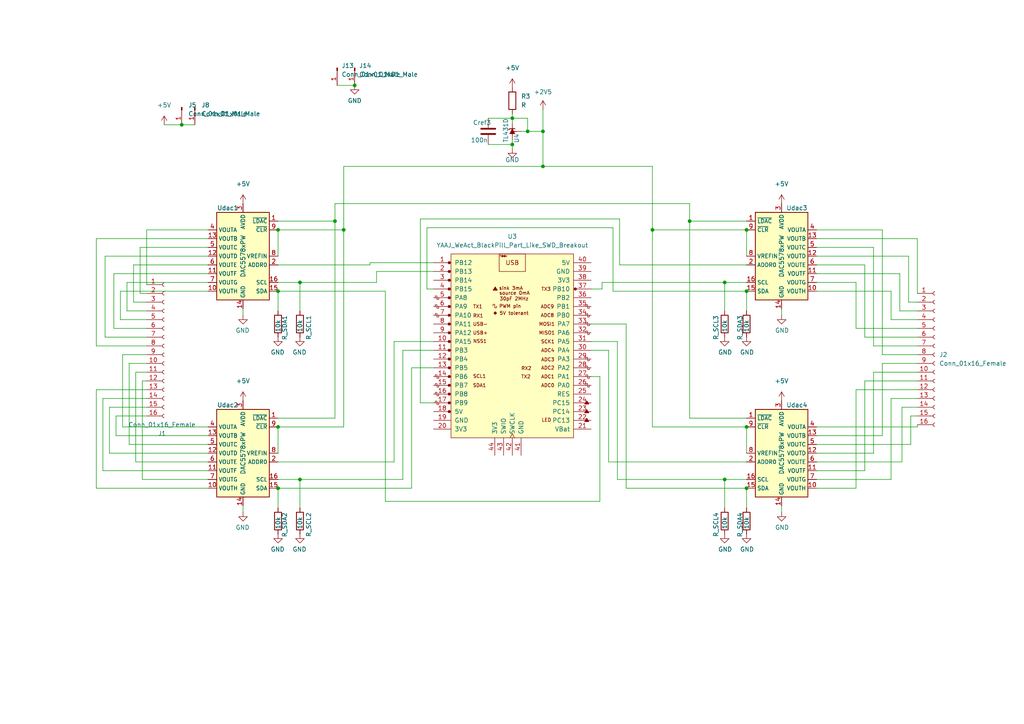
<source format=kicad_sch>
(kicad_sch (version 20211123) (generator eeschema)
  (paper "A4")
  (lib_symbols
    (symbol "Analog_DAC:DAC5578xPW"
      (property "Reference" "U" (at -7.62 13.97 0))
      (property "Value" "DAC5578xPW" (at 7.62 13.97 0))
      (symbol "DAC5578xPW_0_1"
        (rectangle (start -7.62 12.7) (end 7.62 -12.7) (stroke (width 0.254)) (fill (type background)))
      )
      (symbol "DAC5578xPW_1_1"
        (pin input line (at -10.16 10.16 0) (length 2.54) (name "~{LDAC}") (number "1"))
        (pin output line (at 10.16 -10.16 180) (length 2.54) (name "VOUTH") (number "10"))
        (pin output line (at 10.16 -5.08 180) (length 2.54) (name "VOUTF") (number "11"))
        (pin output line (at 10.16 0 180) (length 2.54) (name "VOUTD") (number "12"))
        (pin output line (at 10.16 5.08 180) (length 2.54) (name "VOUTB") (number "13"))
        (pin power_in line (at 0 -15.24 90) (length 2.54) (name "GND") (number "14"))
        (pin bidirectional line (at -10.16 -10.16 0) (length 2.54) (name "SDA") (number "15"))
        (pin input line (at -10.16 -7.62 0) (length 2.54) (name "SCL") (number "16"))
        (pin input line (at -10.16 -2.54 0) (length 2.54) (name "ADDR0") (number "2"))
        (pin power_in line (at 0 15.24 270) (length 2.54) (name "AVDD") (number "3"))
        (pin output line (at 10.16 7.62 180) (length 2.54) (name "VOUTA") (number "4"))
        (pin output line (at 10.16 2.54 180) (length 2.54) (name "VOUTC") (number "5"))
        (pin output line (at 10.16 -2.54 180) (length 2.54) (name "VOUTE") (number "6"))
        (pin output line (at 10.16 -7.62 180) (length 2.54) (name "VOUTG") (number "7"))
        (pin input line (at -10.16 0 0) (length 2.54) (name "VREFIN") (number "8"))
        (pin input line (at -10.16 7.62 0) (length 2.54) (name "~{CLR}") (number "9"))
      )
    )
    (symbol "Connector:Conn_01x01_Male" (pin_names (offset 1.016) hide)
      (property "Reference" "J" (at 0 2.54 0))
      (property "Value" "Conn_01x01_Male" (at 0 -2.54 0))
      (symbol "Conn_01x01_Male_1_1"
        (polyline (pts (xy 1.27 0) (xy 0.8636 0)) (stroke (width 0.1524)))
        (rectangle (start 0.8636 0.127) (end 0 -0.127) (stroke (width 0.1524)) (fill (type outline)))
        (pin passive line (at 5.08 0 180) (length 3.81) (name "Pin_1") (number "1"))
      )
    )
    (symbol "Connector:Conn_01x16_Female" (pin_names (offset 1.016) hide)
      (property "Reference" "J" (at 0 20.32 0))
      (property "Value" "Conn_01x16_Female" (at 0 -22.86 0))
      (symbol "Conn_01x16_Female_1_1"
        (arc (start 0 -19.812) (mid -0.508 -20.32) (end 0 -20.828) (stroke (width 0.1524)))
        (arc (start 0 -17.272) (mid -0.508 -17.78) (end 0 -18.288) (stroke (width 0.1524)))
        (arc (start 0 -14.732) (mid -0.508 -15.24) (end 0 -15.748) (stroke (width 0.1524)))
        (arc (start 0 -12.192) (mid -0.508 -12.7) (end 0 -13.208) (stroke (width 0.1524)))
        (arc (start 0 -9.652) (mid -0.508 -10.16) (end 0 -10.668) (stroke (width 0.1524)))
        (arc (start 0 -7.112) (mid -0.508 -7.62) (end 0 -8.128) (stroke (width 0.1524)))
        (arc (start 0 -4.572) (mid -0.508 -5.08) (end 0 -5.588) (stroke (width 0.1524)))
        (arc (start 0 -2.032) (mid -0.508 -2.54) (end 0 -3.048) (stroke (width 0.1524)))
        (polyline (pts (xy -1.27 -20.32) (xy -0.508 -20.32)) (stroke (width 0.1524)))
        (polyline (pts (xy -1.27 -17.78) (xy -0.508 -17.78)) (stroke (width 0.1524)))
        (polyline (pts (xy -1.27 -15.24) (xy -0.508 -15.24)) (stroke (width 0.1524)))
        (polyline (pts (xy -1.27 -12.7) (xy -0.508 -12.7)) (stroke (width 0.1524)))
        (polyline (pts (xy -1.27 -10.16) (xy -0.508 -10.16)) (stroke (width 0.1524)))
        (polyline (pts (xy -1.27 -7.62) (xy -0.508 -7.62)) (stroke (width 0.1524)))
        (polyline (pts (xy -1.27 -5.08) (xy -0.508 -5.08)) (stroke (width 0.1524)))
        (polyline (pts (xy -1.27 -2.54) (xy -0.508 -2.54)) (stroke (width 0.1524)))
        (polyline (pts (xy -1.27 0) (xy -0.508 0)) (stroke (width 0.1524)))
        (polyline (pts (xy -1.27 2.54) (xy -0.508 2.54)) (stroke (width 0.1524)))
        (polyline (pts (xy -1.27 5.08) (xy -0.508 5.08)) (stroke (width 0.1524)))
        (polyline (pts (xy -1.27 7.62) (xy -0.508 7.62)) (stroke (width 0.1524)))
        (polyline (pts (xy -1.27 10.16) (xy -0.508 10.16)) (stroke (width 0.1524)))
        (polyline (pts (xy -1.27 12.7) (xy -0.508 12.7)) (stroke (width 0.1524)))
        (polyline (pts (xy -1.27 15.24) (xy -0.508 15.24)) (stroke (width 0.1524)))
        (polyline (pts (xy -1.27 17.78) (xy -0.508 17.78)) (stroke (width 0.1524)))
        (arc (start 0 0.508) (mid -0.508 0) (end 0 -0.508) (stroke (width 0.1524)))
        (arc (start 0 3.048) (mid -0.508 2.54) (end 0 2.032) (stroke (width 0.1524)))
        (arc (start 0 5.588) (mid -0.508 5.08) (end 0 4.572) (stroke (width 0.1524)))
        (arc (start 0 8.128) (mid -0.508 7.62) (end 0 7.112) (stroke (width 0.1524)))
        (arc (start 0 10.668) (mid -0.508 10.16) (end 0 9.652) (stroke (width 0.1524)))
        (arc (start 0 13.208) (mid -0.508 12.7) (end 0 12.192) (stroke (width 0.1524)))
        (arc (start 0 15.748) (mid -0.508 15.24) (end 0 14.732) (stroke (width 0.1524)))
        (arc (start 0 18.288) (mid -0.508 17.78) (end 0 17.272) (stroke (width 0.1524)))
        (pin passive line (at -5.08 17.78 0) (length 3.81) (name "Pin_1") (number "1"))
        (pin passive line (at -5.08 -5.08 0) (length 3.81) (name "Pin_10") (number "10"))
        (pin passive line (at -5.08 -7.62 0) (length 3.81) (name "Pin_11") (number "11"))
        (pin passive line (at -5.08 -10.16 0) (length 3.81) (name "Pin_12") (number "12"))
        (pin passive line (at -5.08 -12.7 0) (length 3.81) (name "Pin_13") (number "13"))
        (pin passive line (at -5.08 -15.24 0) (length 3.81) (name "Pin_14") (number "14"))
        (pin passive line (at -5.08 -17.78 0) (length 3.81) (name "Pin_15") (number "15"))
        (pin passive line (at -5.08 -20.32 0) (length 3.81) (name "Pin_16") (number "16"))
        (pin passive line (at -5.08 15.24 0) (length 3.81) (name "Pin_2") (number "2"))
        (pin passive line (at -5.08 12.7 0) (length 3.81) (name "Pin_3") (number "3"))
        (pin passive line (at -5.08 10.16 0) (length 3.81) (name "Pin_4") (number "4"))
        (pin passive line (at -5.08 7.62 0) (length 3.81) (name "Pin_5") (number "5"))
        (pin passive line (at -5.08 5.08 0) (length 3.81) (name "Pin_6") (number "6"))
        (pin passive line (at -5.08 2.54 0) (length 3.81) (name "Pin_7") (number "7"))
        (pin passive line (at -5.08 0 0) (length 3.81) (name "Pin_8") (number "8"))
        (pin passive line (at -5.08 -2.54 0) (length 3.81) (name "Pin_9") (number "9"))
      )
    )
    (symbol "Device:C" (pin_numbers hide) (pin_names (offset 0.254))
      (property "Reference" "C" (at 0.635 2.54 0))
      (property "Value" "C" (at 0.635 -2.54 0))
      (symbol "C_0_1"
        (polyline (pts (xy -2.032 -0.762) (xy 2.032 -0.762)) (stroke (width 0.508)))
        (polyline (pts (xy -2.032 0.762) (xy 2.032 0.762)) (stroke (width 0.508)))
      )
      (symbol "C_1_1"
        (pin passive line (at 0 3.81 270) (length 2.794) (name "~") (number "1"))
        (pin passive line (at 0 -3.81 90) (length 2.794) (name "~") (number "2"))
      )
    )
    (symbol "Device:R" (pin_numbers hide) (pin_names (offset 0))
      (property "Reference" "R" (at 2.032 0 90))
      (property "Value" "R" (at 0 0 90))
      (symbol "R_0_1"
        (rectangle (start -1.016 -2.54) (end 1.016 2.54) (stroke (width 0.254)))
      )
      (symbol "R_1_1"
        (pin passive line (at 0 3.81 270) (length 1.27) (name "~") (number "1"))
        (pin passive line (at 0 -3.81 90) (length 1.27) (name "~") (number "2"))
      )
    )
    (symbol "Reference_Voltage:TL431D" (pin_numbers hide) (pin_names hide)
      (property "Reference" "U" (at 0 -2.54 0))
      (property "Value" "TL431D" (at 0 -4.445 0))
      (symbol "TL431D_0_1"
        (polyline (pts (xy -1.27 0) (xy 0 0) (xy 1.27 0)))
        (polyline (pts (xy -0.762 0.762) (xy 0.762 0) (xy -0.762 -0.762)) (fill (type outline)))
        (polyline (pts (xy 0.508 -1.016) (xy 0.762 -0.762) (xy 0.762 0.762) (xy 0.762 0.762)) (stroke (width 0.254)))
      )
      (symbol "TL431D_1_1"
        (polyline (pts (xy 0 1.27) (xy 0 0)))
        (pin passive line (at 2.54 0 180) (length 2.54) (name "K") (number "1"))
        (pin passive line (at -2.54 0 0) (length 2.54) (name "A") (number "2"))
        (pin passive line (at -2.54 0 0) (length 2.54) hide (name "A") (number "3"))
        (pin passive line (at -2.54 0 0) (length 2.54) hide (name "A") (number "6"))
        (pin passive line (at -2.54 0 0) (length 2.54) hide (name "A") (number "7"))
        (pin passive line (at 0 2.54 270) (length 2.54) (name "REF") (number "8"))
      )
    )
    (symbol "YAAJ_WeAct_BlackPill_Part_Like_SWD_Breakout:YAAJ_WeAct_BlackPill_Part_Like_SWD_Breakout" (pin_names (offset 1.016))
      (property "Reference" "U" (at -17.526 27.94 0))
      (property "Value" "YAAJ_WeAct_BlackPill_Part_Like_SWD_Breakout" (at 9.144 27.94 0))
      (symbol "YAAJ_WeAct_BlackPill_Part_Like_SWD_Breakout_0_0"
        (circle (center -18.288 -20.32) (radius 0.3556) (fill (type outline)))
        (circle (center -18.288 -17.78) (radius 0.3556) (fill (type outline)))
        (circle (center -18.288 -15.24) (radius 0.3556) (fill (type outline)))
        (circle (center -18.288 -12.7) (radius 0.3556) (fill (type outline)))
        (circle (center -18.288 -10.16) (radius 0.3556) (fill (type outline)))
        (circle (center -18.288 -7.62) (radius 0.3556) (fill (type outline)))
        (circle (center -18.288 -5.08) (radius 0.3556) (fill (type outline)))
        (circle (center -18.288 -2.54) (radius 0.3556) (fill (type outline)))
        (circle (center -18.288 0) (radius 0.3556) (fill (type outline)))
        (circle (center -18.288 2.54) (radius 0.3556) (fill (type outline)))
        (circle (center -18.288 5.08) (radius 0.3556) (fill (type outline)))
        (circle (center -18.288 7.62) (radius 0.3556) (fill (type outline)))
        (circle (center -18.288 10.16) (radius 0.3556) (fill (type outline)))
        (circle (center -18.288 12.7) (radius 0.3556) (fill (type outline)))
        (circle (center -18.288 15.24) (radius 0.3556) (fill (type outline)))
        (circle (center -18.288 17.78) (radius 0.3556) (fill (type outline)))
        (circle (center -18.288 22.86) (radius 0.3556) (fill (type outline)))
        (circle (center -4.953 8.255) (radius 0.127) (fill (type outline)))
        (circle (center -4.953 8.255) (radius 0.254))
        (circle (center -4.953 8.255) (radius 0.3556))
        (polyline (pts (xy -5.588 14.859) (xy -4.953 15.875) (xy -4.318 14.859) (xy -5.588 14.859) (xy -4.953 15.748) (xy -4.445 14.859) (xy -5.461 14.986) (xy -4.953 15.621) (xy -4.572 14.859) (xy -5.334 15.113) (xy -4.826 15.494) (xy -4.699 14.859) (xy -5.207 15.24) (xy -4.699 15.367) (xy -4.826 14.986) (xy -5.08 15.24) (xy -4.826 15.113) (xy -4.953 15.367)))
        (polyline (pts (xy 20.955 -23.241) (xy 21.59 -22.225) (xy 22.225 -23.241) (xy 20.955 -23.241) (xy 21.59 -22.352) (xy 22.098 -23.241) (xy 21.082 -23.114) (xy 21.59 -22.479) (xy 21.971 -23.241) (xy 21.209 -22.987) (xy 21.717 -22.606) (xy 21.844 -23.241) (xy 21.336 -22.86) (xy 21.844 -22.733) (xy 21.717 -23.114) (xy 21.463 -22.86) (xy 21.717 -22.987) (xy 21.59 -22.733)))
        (polyline (pts (xy 20.955 -20.701) (xy 21.59 -19.685) (xy 22.225 -20.701) (xy 20.955 -20.701) (xy 21.59 -19.812) (xy 22.098 -20.701) (xy 21.082 -20.574) (xy 21.59 -19.939) (xy 21.971 -20.701) (xy 21.209 -20.447) (xy 21.717 -20.066) (xy 21.844 -20.701) (xy 21.336 -20.32) (xy 21.844 -20.193) (xy 21.717 -20.574) (xy 21.463 -20.32) (xy 21.717 -20.447) (xy 21.59 -20.193)))
        (polyline (pts (xy 20.955 -18.161) (xy 21.59 -17.145) (xy 22.225 -18.161) (xy 20.955 -18.161) (xy 21.59 -17.272) (xy 22.098 -18.161) (xy 21.082 -18.034) (xy 21.59 -17.399) (xy 21.971 -18.161) (xy 21.209 -17.907) (xy 21.717 -17.526) (xy 21.844 -18.161) (xy 21.336 -17.78) (xy 21.844 -17.653) (xy 21.717 -18.034) (xy 21.463 -17.78) (xy 21.717 -17.907) (xy 21.59 -17.653)))
        (circle (center 18.288 15.24) (radius 0.254) (fill (type outline)))
        (circle (center 18.288 15.24) (radius 0.3556))
        (text "30pF 2MHz" (at 0.508 12.446 0) (effects (font (size 0.9906 0.9906))))
        (text "5V tolerant" (at 0.508 8.255 0) (effects (font (size 0.9906 0.9906))))
        (text "ADC0" (at 10.287 -12.7 0) (effects (font (size 0.9906 0.9906))))
        (text "ADC1" (at 10.287 -10.16 0) (effects (font (size 0.9906 0.9906))))
        (text "ADC2" (at 10.287 -7.62 0) (effects (font (size 0.9906 0.9906))))
        (text "ADC3" (at 10.287 -5.207 0) (effects (font (size 0.9906 0.9906))))
        (text "ADC4" (at 10.287 -2.54 0) (effects (font (size 0.9906 0.9906))))
        (text "ADC8" (at 10.16 7.62 0) (effects (font (size 0.9906 0.9906))))
        (text "ADC9" (at 10.16 10.16 0) (effects (font (size 0.9906 0.9906))))
        (text "LED" (at 9.906 -22.733 0) (effects (font (size 0.9906 0.9906))))
        (text "MISO1" (at 10.033 2.54 0) (effects (font (size 0.9906 0.9906))))
        (text "MOSI1" (at 10.033 5.08 0) (effects (font (size 0.9906 0.9906))))
        (text "NSS1" (at -9.398 0.127 0) (effects (font (size 0.9906 0.9906))))
        (text "PWM pin" (at -0.635 10.287 0) (effects (font (size 0.9906 0.9906))))
        (text "RX1" (at -9.906 7.493 0) (effects (font (size 0.9906 0.9906))))
        (text "RX2" (at 4.064 -7.747 0) (effects (font (size 0.9906 0.9906))))
        (text "SCK1" (at 10.287 0 0) (effects (font (size 0.9906 0.9906))))
        (text "SCL1" (at -9.525 -10.033 0) (effects (font (size 0.9906 0.9906))))
        (text "SDA1" (at -9.525 -12.7 0) (effects (font (size 0.9906 0.9906))))
        (text "sink 3mA" (at -0.381 15.494 0) (effects (font (size 0.9906 0.9906))))
        (text "source 0mA" (at 0.635 14.097 0) (effects (font (size 0.9906 0.9906))))
        (text "TX1" (at -10.033 10.16 0) (effects (font (size 0.9906 0.9906))))
        (text "TX2" (at 3.937 -10.16 0) (effects (font (size 0.9906 0.9906))))
        (text "TX3" (at 9.779 15.24 0) (effects (font (size 0.9906 0.9906))))
        (text "USB" (at 0 22.86 0) (effects (font (size 1.27 1.27))))
        (text "USB+" (at -9.271 2.54 0) (effects (font (size 0.9906 0.9906))))
        (text "USB-" (at -9.271 5.08 0) (effects (font (size 0.9906 0.9906))))
        (text "Y@@J" (at -2.5654 24.8412 0) (effects (font (size 0.508 0.508))))
      )
      (symbol "YAAJ_WeAct_BlackPill_Part_Like_SWD_Breakout_0_1"
        (rectangle (start -17.78 25.4) (end 17.78 -27.94) (fill (type background)))
        (polyline (pts (xy -21.336 -17.78) (xy -21.336 -18.288) (xy -21.844 -18.288) (xy -21.844 -17.272) (xy -22.352 -17.272) (xy -22.352 -17.78)))
        (polyline (pts (xy -21.336 -15.24) (xy -21.336 -15.748) (xy -21.844 -15.748) (xy -21.844 -14.732) (xy -22.352 -14.732) (xy -22.352 -15.24)))
        (polyline (pts (xy -21.336 -12.7) (xy -21.336 -13.208) (xy -21.844 -13.208) (xy -21.844 -12.192) (xy -22.352 -12.192) (xy -22.352 -12.7)))
        (polyline (pts (xy -21.336 -10.16) (xy -21.336 -10.668) (xy -21.844 -10.668) (xy -21.844 -9.652) (xy -22.352 -9.652) (xy -22.352 -10.16)))
        (polyline (pts (xy -21.336 7.62) (xy -21.336 7.112) (xy -21.844 7.112) (xy -21.844 8.128) (xy -22.352 8.128) (xy -22.352 7.62)))
        (polyline (pts (xy -21.336 10.16) (xy -21.336 9.652) (xy -21.844 9.652) (xy -21.844 10.668) (xy -22.352 10.668) (xy -22.352 10.16)))
        (polyline (pts (xy -21.336 12.7) (xy -21.336 12.192) (xy -21.844 12.192) (xy -21.844 13.208) (xy -22.352 13.208) (xy -22.352 12.7)))
        (polyline (pts (xy -4.572 10.287) (xy -4.572 9.779) (xy -5.08 9.779) (xy -5.08 10.795) (xy -5.588 10.795) (xy -5.588 10.287)))
        (polyline (pts (xy 22.352 -12.7) (xy 22.352 -13.208) (xy 21.844 -13.208) (xy 21.844 -12.192) (xy 21.336 -12.192) (xy 21.336 -12.7)))
        (polyline (pts (xy 22.352 -10.16) (xy 22.352 -10.668) (xy 21.844 -10.668) (xy 21.844 -9.652) (xy 21.336 -9.652) (xy 21.336 -10.16)))
        (polyline (pts (xy 22.352 -7.62) (xy 22.352 -8.128) (xy 21.844 -8.128) (xy 21.844 -7.112) (xy 21.336 -7.112) (xy 21.336 -7.62)))
        (polyline (pts (xy 22.352 -5.08) (xy 22.352 -5.588) (xy 21.844 -5.588) (xy 21.844 -4.572) (xy 21.336 -4.572) (xy 21.336 -5.08)))
        (polyline (pts (xy 22.352 2.54) (xy 22.352 2.032) (xy 21.844 2.032) (xy 21.844 3.048) (xy 21.336 3.048) (xy 21.336 2.54)))
        (polyline (pts (xy 22.352 5.08) (xy 22.352 4.572) (xy 21.844 4.572) (xy 21.844 5.588) (xy 21.336 5.588) (xy 21.336 5.08)))
        (polyline (pts (xy 22.352 7.62) (xy 22.352 7.112) (xy 21.844 7.112) (xy 21.844 8.128) (xy 21.336 8.128) (xy 21.336 7.62)))
        (polyline (pts (xy 22.352 10.16) (xy 22.352 9.652) (xy 21.844 9.652) (xy 21.844 10.668) (xy 21.336 10.668) (xy 21.336 10.16)))
        (rectangle (start 3.81 25.4) (end -3.81 20.32))
      )
      (symbol "YAAJ_WeAct_BlackPill_Part_Like_SWD_Breakout_1_1"
        (circle (center -18.288 20.32) (radius 0.3556) (fill (type outline)))
        (pin bidirectional line (at -22.86 22.86 0) (length 5.08) (name "PB12") (number "1"))
        (pin bidirectional line (at -22.86 0 0) (length 5.08) (name "PA15") (number "10"))
        (pin bidirectional line (at -22.86 -2.54 0) (length 5.08) (name "PB3") (number "11"))
        (pin bidirectional line (at -22.86 -5.08 0) (length 5.08) (name "PB4") (number "12"))
        (pin bidirectional line (at -22.86 -7.62 0) (length 5.08) (name "PB5") (number "13"))
        (pin bidirectional line (at -22.86 -10.16 0) (length 5.08) (name "PB6") (number "14"))
        (pin bidirectional line (at -22.86 -12.7 0) (length 5.08) (name "PB7") (number "15"))
        (pin bidirectional line (at -22.86 -15.24 0) (length 5.08) (name "PB8") (number "16"))
        (pin bidirectional line (at -22.86 -17.78 0) (length 5.08) (name "PB9") (number "17"))
        (pin power_in line (at -22.86 -20.32 0) (length 5.08) (name "5V") (number "18"))
        (pin power_in line (at -22.86 -22.86 0) (length 5.08) (name "GND") (number "19"))
        (pin bidirectional line (at -22.86 20.32 0) (length 5.08) (name "PB13") (number "2"))
        (pin power_in line (at -22.86 -25.4 0) (length 5.08) (name "3V3") (number "20"))
        (pin power_in line (at 22.86 -25.4 180) (length 5.08) (name "VBat") (number "21"))
        (pin bidirectional line (at 22.86 -22.86 180) (length 5.08) (name "PC13") (number "22"))
        (pin bidirectional line (at 22.86 -20.32 180) (length 5.08) (name "PC14") (number "23"))
        (pin bidirectional line (at 22.86 -17.78 180) (length 5.08) (name "PC15") (number "24"))
        (pin input line (at 22.86 -15.24 180) (length 5.08) (name "RES") (number "25"))
        (pin bidirectional line (at 22.86 -12.7 180) (length 5.08) (name "PA0") (number "26"))
        (pin bidirectional line (at 22.86 -10.16 180) (length 5.08) (name "PA1") (number "27"))
        (pin bidirectional line (at 22.86 -7.62 180) (length 5.08) (name "PA2") (number "28"))
        (pin bidirectional line (at 22.86 -5.08 180) (length 5.08) (name "PA3") (number "29"))
        (pin bidirectional line (at -22.86 17.78 0) (length 5.08) (name "PB14") (number "3"))
        (pin bidirectional line (at 22.86 -2.54 180) (length 5.08) (name "PA4") (number "30"))
        (pin bidirectional line (at 22.86 0 180) (length 5.08) (name "PA5") (number "31"))
        (pin bidirectional line (at 22.86 2.54 180) (length 5.08) (name "PA6") (number "32"))
        (pin bidirectional line (at 22.86 5.08 180) (length 5.08) (name "PA7") (number "33"))
        (pin bidirectional line (at 22.86 7.62 180) (length 5.08) (name "PB0") (number "34"))
        (pin bidirectional line (at 22.86 10.16 180) (length 5.08) (name "PB1") (number "35"))
        (pin bidirectional line (at 22.86 12.7 180) (length 5.08) (name "PB2") (number "36"))
        (pin bidirectional line (at 22.86 15.24 180) (length 5.08) (name "PB10") (number "37"))
        (pin power_in line (at 22.86 17.78 180) (length 5.08) (name "3V3") (number "38"))
        (pin power_in line (at 22.86 20.32 180) (length 5.08) (name "GND") (number "39"))
        (pin bidirectional line (at -22.86 15.24 0) (length 5.08) (name "PB15") (number "4"))
        (pin power_in line (at 22.86 22.86 180) (length 5.08) (name "5V") (number "40"))
        (pin power_in line (at 2.54 -33.02 90) (length 5.08) (name "GND") (number "41"))
        (pin bidirectional clock (at 0 -33.02 90) (length 5.08) (name "SWCLK") (number "42"))
        (pin bidirectional line (at -2.54 -33.02 90) (length 5.08) (name "SWIO") (number "43"))
        (pin power_in line (at -5.08 -33.02 90) (length 5.08) (name "3V3") (number "44"))
        (pin bidirectional line (at -22.86 12.7 0) (length 5.08) (name "PA8") (number "5"))
        (pin bidirectional line (at -22.86 10.16 0) (length 5.08) (name "PA9") (number "6"))
        (pin bidirectional line (at -22.86 7.62 0) (length 5.08) (name "PA10") (number "7"))
        (pin bidirectional line (at -22.86 5.08 0) (length 5.08) (name "PA11") (number "8"))
        (pin bidirectional line (at -22.86 2.54 0) (length 5.08) (name "PA12") (number "9"))
      )
    )
    (symbol "power:+2V5" (power) (pin_names (offset 0))
      (property "Value" "+2V5" (at 0 3.556 0))
      (symbol "+2V5_0_1"
        (polyline (pts (xy -0.762 1.27) (xy 0 2.54)))
        (polyline (pts (xy 0 0) (xy 0 2.54)))
        (polyline (pts (xy 0 2.54) (xy 0.762 1.27)))
      )
      (symbol "+2V5_1_1"
        (pin power_in line (at 0 0 90) (length 0) hide (name "+2V5") (number "1"))
      )
    )
    (symbol "power:+5V" (power) (pin_names (offset 0))
      (property "Value" "+5V" (at 0 3.556 0))
      (symbol "+5V_0_1"
        (polyline (pts (xy -0.762 1.27) (xy 0 2.54)))
        (polyline (pts (xy 0 0) (xy 0 2.54)))
        (polyline (pts (xy 0 2.54) (xy 0.762 1.27)))
      )
      (symbol "+5V_1_1"
        (pin power_in line (at 0 0 90) (length 0) hide (name "+5V") (number "1"))
      )
    )
    (symbol "power:GND" (power) (pin_names (offset 0))
      (property "Value" "GND" (at 0 -3.81 0))
      (symbol "GND_0_1"
        (polyline (pts (xy 0 0) (xy 0 -1.27) (xy 1.27 -1.27) (xy 0 -2.54) (xy -1.27 -1.27) (xy 0 -1.27)))
      )
      (symbol "GND_1_1"
        (pin power_in line (at 0 0 270) (length 0) hide (name "GND") (number "1"))
      )
    )
  )
  (junction (at 102.87 24.765))
  (junction (at 86.995 139.065))
  (junction (at 210.185 81.915))
  (junction (at 80.645 66.675))
  (junction (at 153.035 38.1))
  (junction (at 200.025 64.135))
  (junction (at 157.48 38.1))
  (junction (at 210.185 139.065))
  (junction (at 216.535 123.825))
  (junction (at 80.645 123.825))
  (junction (at 216.535 84.455))
  (junction (at 216.535 66.675))
  (junction (at 99.695 66.675))
  (junction (at 80.645 84.455))
  (junction (at 80.645 141.605))
  (junction (at 148.59 41.91))
  (junction (at 189.23 66.675))
  (junction (at 148.59 34.29))
  (junction (at 86.995 81.915))
  (junction (at 216.535 141.605))
  (junction (at 52.705 36.195))
  (junction (at 97.155 64.135))
  (junction (at 157.48 48.26))
  (wire (pts (xy 52.705 36.195) (xy 56.515 36.195)))
  (wire (pts (xy 141.605 34.29) (xy 148.59 34.29)))
  (wire (pts (xy 210.185 81.915) (xy 174.625 81.915)))
  (wire (pts (xy 80.645 141.605) (xy 80.645 147.32)))
  (wire (pts (xy 173.99 145.415) (xy 111.76 145.415)))
  (wire (pts (xy 266.065 115.57) (xy 258.445 115.57)))
  (wire (pts (xy 141.605 41.91) (xy 148.59 41.91)))
  (wire (pts (xy 236.855 71.755) (xy 253.365 71.755)))
  (wire (pts (xy 41.275 110.49) (xy 42.545 110.49)))
  (wire (pts (xy 236.855 128.905) (xy 264.16 128.905)))
  (wire (pts (xy 266.065 123.825) (xy 266.065 123.19)))
  (wire (pts (xy 37.465 128.905) (xy 60.325 128.905)))
  (wire (pts (xy 255.905 102.87) (xy 266.065 102.87)))
  (wire (pts (xy 40.64 85.09) (xy 42.545 85.09)))
  (wire (pts (xy 181.61 141.605) (xy 216.535 141.605)))
  (wire (pts (xy 261.62 133.985) (xy 261.62 118.11)))
  (wire (pts (xy 41.275 139.065) (xy 60.325 139.065)))
  (wire (pts (xy 179.07 99.06) (xy 179.07 139.065)))
  (wire (pts (xy 39.37 133.985) (xy 60.325 133.985)))
  (wire (pts (xy 253.365 100.33) (xy 266.065 100.33)))
  (wire (pts (xy 171.45 99.06) (xy 179.07 99.06)))
  (wire (pts (xy 171.45 101.6) (xy 176.53 101.6)))
  (wire (pts (xy 42.545 90.17) (xy 36.83 90.17)))
  (wire (pts (xy 34.925 84.455) (xy 60.325 84.455)))
  (wire (pts (xy 236.855 69.215) (xy 266.065 69.215)))
  (wire (pts (xy 31.75 118.11) (xy 42.545 118.11)))
  (wire (pts (xy 179.07 139.065) (xy 210.185 139.065)))
  (wire (pts (xy 80.645 84.455) (xy 80.645 90.17)))
  (wire (pts (xy 171.45 93.98) (xy 181.61 93.98)))
  (wire (pts (xy 173.99 109.22) (xy 173.99 145.415)))
  (wire (pts (xy 38.735 87.63) (xy 42.545 87.63)))
  (wire (pts (xy 236.855 126.365) (xy 255.905 126.365)))
  (wire (pts (xy 266.065 69.215) (xy 266.065 85.09)))
  (wire (pts (xy 86.995 139.065) (xy 86.995 147.32)))
  (wire (pts (xy 236.855 123.825) (xy 266.065 123.825)))
  (wire (pts (xy 261.62 118.11) (xy 266.065 118.11)))
  (wire (pts (xy 41.275 139.065) (xy 41.275 110.49)))
  (wire (pts (xy 179.705 76.835) (xy 216.535 76.835)))
  (wire (pts (xy 236.855 133.985) (xy 261.62 133.985)))
  (wire (pts (xy 248.285 81.915) (xy 248.285 95.25)))
  (wire (pts (xy 216.535 66.675) (xy 216.535 74.295)))
  (wire (pts (xy 200.025 64.135) (xy 200.025 121.285)))
  (wire (pts (xy 216.535 123.825) (xy 216.535 131.445)))
  (wire (pts (xy 33.655 120.65) (xy 42.545 120.65)))
  (wire (pts (xy 123.825 66.04) (xy 177.8 66.04)))
  (wire (pts (xy 114.3 99.06) (xy 114.3 133.985)))
  (wire (pts (xy 109.22 78.74) (xy 109.22 81.915)))
  (wire (pts (xy 111.76 145.415) (xy 111.76 84.455)))
  (wire (pts (xy 236.855 79.375) (xy 260.985 79.375)))
  (wire (pts (xy 226.695 89.535) (xy 226.695 91.44)))
  (wire (pts (xy 125.73 78.74) (xy 109.22 78.74)))
  (wire (pts (xy 253.365 107.95) (xy 266.065 107.95)))
  (wire (pts (xy 200.025 59.055) (xy 200.025 64.135)))
  (wire (pts (xy 47.625 36.195) (xy 52.705 36.195)))
  (wire (pts (xy 174.625 83.82) (xy 171.45 83.82)))
  (wire (pts (xy 210.185 139.065) (xy 210.185 147.32)))
  (wire (pts (xy 70.485 89.535) (xy 70.485 91.44)))
  (wire (pts (xy 80.645 123.825) (xy 99.695 123.825)))
  (wire (pts (xy 258.445 139.065) (xy 236.855 139.065)))
  (wire (pts (xy 148.59 41.91) (xy 148.59 43.18)))
  (wire (pts (xy 157.48 38.1) (xy 157.48 48.26)))
  (wire (pts (xy 27.94 141.605) (xy 60.325 141.605)))
  (wire (pts (xy 40.64 71.755) (xy 60.325 71.755)))
  (wire (pts (xy 99.695 48.26) (xy 99.695 66.675)))
  (wire (pts (xy 86.995 139.065) (xy 80.645 139.065)))
  (wire (pts (xy 27.94 100.33) (xy 42.545 100.33)))
  (wire (pts (xy 116.84 101.6) (xy 116.84 139.065)))
  (wire (pts (xy 248.285 141.605) (xy 248.285 113.03)))
  (wire (pts (xy 151.13 38.1) (xy 153.035 38.1)))
  (wire (pts (xy 216.535 141.605) (xy 216.535 147.32)))
  (wire (pts (xy 27.94 113.03) (xy 42.545 113.03)))
  (wire (pts (xy 39.37 133.985) (xy 39.37 107.95)))
  (wire (pts (xy 30.48 97.79) (xy 42.545 97.79)))
  (wire (pts (xy 80.645 141.605) (xy 119.38 141.605)))
  (wire (pts (xy 210.185 139.065) (xy 216.535 139.065)))
  (wire (pts (xy 97.155 64.135) (xy 97.155 121.285)))
  (wire (pts (xy 236.855 131.445) (xy 253.365 131.445)))
  (wire (pts (xy 176.53 133.985) (xy 216.535 133.985)))
  (wire (pts (xy 226.695 146.685) (xy 226.695 148.59)))
  (wire (pts (xy 97.155 59.055) (xy 200.025 59.055)))
  (wire (pts (xy 80.645 123.825) (xy 80.645 131.445)))
  (wire (pts (xy 125.73 83.82) (xy 123.825 83.82)))
  (wire (pts (xy 216.535 64.135) (xy 200.025 64.135)))
  (wire (pts (xy 216.535 84.455) (xy 216.535 90.17)))
  (wire (pts (xy 253.365 71.755) (xy 253.365 100.33)))
  (wire (pts (xy 34.925 84.455) (xy 34.925 92.71)))
  (wire (pts (xy 99.695 48.26) (xy 157.48 48.26)))
  (wire (pts (xy 33.02 79.375) (xy 33.02 95.25)))
  (wire (pts (xy 30.48 74.295) (xy 30.48 97.79)))
  (wire (pts (xy 36.83 81.915) (xy 60.325 81.915)))
  (wire (pts (xy 174.625 81.915) (xy 174.625 83.82)))
  (wire (pts (xy 125.73 99.06) (xy 114.3 99.06)))
  (wire (pts (xy 248.285 95.25) (xy 266.065 95.25)))
  (wire (pts (xy 121.92 116.84) (xy 121.92 63.5)))
  (wire (pts (xy 148.59 40.64) (xy 148.59 41.91)))
  (wire (pts (xy 60.325 123.825) (xy 35.56 123.825)))
  (wire (pts (xy 107.315 76.2) (xy 125.73 76.2)))
  (wire (pts (xy 179.705 63.5) (xy 179.705 76.835)))
  (wire (pts (xy 264.16 128.905) (xy 264.16 120.65)))
  (wire (pts (xy 258.445 92.71) (xy 266.065 92.71)))
  (wire (pts (xy 38.735 76.835) (xy 60.325 76.835)))
  (wire (pts (xy 31.75 131.445) (xy 60.325 131.445)))
  (wire (pts (xy 216.535 81.915) (xy 210.185 81.915)))
  (wire (pts (xy 86.995 139.065) (xy 116.84 139.065)))
  (wire (pts (xy 148.59 34.29) (xy 148.59 35.56)))
  (wire (pts (xy 29.845 115.57) (xy 42.545 115.57)))
  (wire (pts (xy 107.315 76.835) (xy 107.315 76.2)))
  (wire (pts (xy 35.56 123.825) (xy 35.56 102.87)))
  (wire (pts (xy 189.23 123.825) (xy 216.535 123.825)))
  (wire (pts (xy 236.855 74.295) (xy 263.525 74.295)))
  (wire (pts (xy 258.445 115.57) (xy 258.445 139.065)))
  (wire (pts (xy 260.985 79.375) (xy 260.985 90.17)))
  (wire (pts (xy 236.855 84.455) (xy 258.445 84.455)))
  (wire (pts (xy 99.695 66.675) (xy 99.695 123.825)))
  (wire (pts (xy 37.465 128.905) (xy 37.465 105.41)))
  (wire (pts (xy 39.37 107.95) (xy 42.545 107.95)))
  (wire (pts (xy 80.645 64.135) (xy 97.155 64.135)))
  (wire (pts (xy 33.655 126.365) (xy 33.655 120.65)))
  (wire (pts (xy 80.645 66.675) (xy 80.645 74.295)))
  (wire (pts (xy 236.855 141.605) (xy 248.285 141.605)))
  (wire (pts (xy 258.445 84.455) (xy 258.445 92.71)))
  (wire (pts (xy 236.855 136.525) (xy 250.825 136.525)))
  (wire (pts (xy 260.985 90.17) (xy 266.065 90.17)))
  (wire (pts (xy 181.61 93.98) (xy 181.61 141.605)))
  (wire (pts (xy 97.79 24.765) (xy 102.87 24.765)))
  (wire (pts (xy 80.645 84.455) (xy 111.76 84.455)))
  (wire (pts (xy 236.855 76.835) (xy 250.825 76.835)))
  (wire (pts (xy 30.48 74.295) (xy 60.325 74.295)))
  (wire (pts (xy 250.825 136.525) (xy 250.825 110.49)))
  (wire (pts (xy 42.545 66.675) (xy 42.545 82.55)))
  (wire (pts (xy 153.035 38.1) (xy 153.035 34.29)))
  (wire (pts (xy 236.855 66.675) (xy 255.905 66.675)))
  (wire (pts (xy 250.825 110.49) (xy 266.065 110.49)))
  (wire (pts (xy 86.995 81.915) (xy 109.22 81.915)))
  (wire (pts (xy 121.92 63.5) (xy 179.705 63.5)))
  (wire (pts (xy 125.73 101.6) (xy 116.84 101.6)))
  (wire (pts (xy 255.905 66.675) (xy 255.905 102.87)))
  (wire (pts (xy 33.02 95.25) (xy 42.545 95.25)))
  (wire (pts (xy 36.83 90.17) (xy 36.83 81.915)))
  (wire (pts (xy 27.94 69.215) (xy 27.94 100.33)))
  (wire (pts (xy 148.59 33.02) (xy 148.59 34.29)))
  (wire (pts (xy 27.94 141.605) (xy 27.94 113.03)))
  (wire (pts (xy 80.645 121.285) (xy 97.155 121.285)))
  (wire (pts (xy 35.56 102.87) (xy 42.545 102.87)))
  (wire (pts (xy 33.02 79.375) (xy 60.325 79.375)))
  (wire (pts (xy 153.035 38.1) (xy 157.48 38.1)))
  (wire (pts (xy 97.155 64.135) (xy 97.155 59.055)))
  (wire (pts (xy 216.535 121.285) (xy 200.025 121.285)))
  (wire (pts (xy 263.525 87.63) (xy 266.065 87.63)))
  (wire (pts (xy 153.035 34.29) (xy 148.59 34.29)))
  (wire (pts (xy 236.855 81.915) (xy 248.285 81.915)))
  (wire (pts (xy 31.75 131.445) (xy 31.75 118.11)))
  (wire (pts (xy 253.365 131.445) (xy 253.365 107.95)))
  (wire (pts (xy 248.285 113.03) (xy 266.065 113.03)))
  (wire (pts (xy 80.645 133.985) (xy 114.3 133.985)))
  (wire (pts (xy 33.655 126.365) (xy 60.325 126.365)))
  (wire (pts (xy 189.23 66.675) (xy 189.23 123.825)))
  (wire (pts (xy 171.45 109.22) (xy 173.99 109.22)))
  (wire (pts (xy 255.905 105.41) (xy 266.065 105.41)))
  (wire (pts (xy 177.8 66.04) (xy 177.8 84.455)))
  (wire (pts (xy 189.23 66.675) (xy 216.535 66.675)))
  (wire (pts (xy 157.48 48.26) (xy 189.23 48.26)))
  (wire (pts (xy 42.545 66.675) (xy 60.325 66.675)))
  (wire (pts (xy 99.695 66.675) (xy 80.645 66.675)))
  (wire (pts (xy 34.925 92.71) (xy 42.545 92.71)))
  (wire (pts (xy 27.94 69.215) (xy 60.325 69.215)))
  (wire (pts (xy 263.525 74.295) (xy 263.525 87.63)))
  (wire (pts (xy 264.16 120.65) (xy 266.065 120.65)))
  (wire (pts (xy 119.38 106.68) (xy 119.38 141.605)))
  (wire (pts (xy 86.995 81.915) (xy 86.995 90.17)))
  (wire (pts (xy 210.185 81.915) (xy 210.185 90.17)))
  (wire (pts (xy 80.645 76.835) (xy 107.315 76.835)))
  (wire (pts (xy 125.73 106.68) (xy 119.38 106.68)))
  (wire (pts (xy 86.995 81.915) (xy 80.645 81.915)))
  (wire (pts (xy 250.825 76.835) (xy 250.825 97.79)))
  (wire (pts (xy 177.8 84.455) (xy 216.535 84.455)))
  (wire (pts (xy 255.905 126.365) (xy 255.905 105.41)))
  (wire (pts (xy 176.53 101.6) (xy 176.53 133.985)))
  (wire (pts (xy 37.465 105.41) (xy 42.545 105.41)))
  (wire (pts (xy 250.825 97.79) (xy 266.065 97.79)))
  (wire (pts (xy 70.485 146.685) (xy 70.485 148.59)))
  (wire (pts (xy 157.48 31.75) (xy 157.48 38.1)))
  (wire (pts (xy 40.64 71.755) (xy 40.64 85.09)))
  (wire (pts (xy 29.845 136.525) (xy 60.325 136.525)))
  (wire (pts (xy 189.23 48.26) (xy 189.23 66.675)))
  (wire (pts (xy 125.73 116.84) (xy 121.92 116.84)))
  (wire (pts (xy 38.735 76.835) (xy 38.735 87.63)))
  (wire (pts (xy 29.845 136.525) (xy 29.845 115.57)))
  (wire (pts (xy 123.825 83.82) (xy 123.825 66.04)))
  (symbol (lib_id "power:GND") (at 86.995 97.79 0) (mirror y) (unit 1)
    (property "Reference" "#PWR0115" (effects hide))
    (property "Value" "GND" (at 86.868 102.1842 0))
  )
  (symbol (lib_id "power:+5V") (at 70.485 116.205 0) (mirror y) (unit 1)
    (property "Reference" "#PWR0101" (effects hide))
    (property "Value" "+5V" (at 70.485 110.49 0))
  )
  (symbol (lib_id "power:GND") (at 210.185 154.94 0) (unit 1)
    (property "Reference" "#PWR0123" (effects hide))
    (property "Value" "GND" (at 210.312 159.3342 0))
  )
  (symbol (lib_id "Device:R") (at 210.185 151.13 180) (unit 1)
    (property "Reference" "R_SCL4" (at 207.645 148.59 90) (effects (justify left)))
    (property "Value" "10k" (at 210.185 149.86 90) (effects (justify left)))
    (property "Footprint" "Resistor_THT:R_Axial_DIN0207_L6.3mm_D2.5mm_P10.16mm_Horizontal" (effects hide))
  )
  (symbol (lib_id "power:GND") (at 80.645 154.94 0) (mirror y) (unit 1)
    (property "Reference" "#PWR0105" (effects hide))
    (property "Value" "GND" (at 80.518 159.3342 0))
  )
  (symbol (lib_id "Device:R") (at 86.995 151.13 0) (mirror x) (unit 1)
    (property "Reference" "R_SCL2" (at 89.535 148.59 90) (effects (justify left)))
    (property "Value" "10k" (at 86.995 149.86 90) (effects (justify left)))
    (property "Footprint" "Resistor_THT:R_Axial_DIN0207_L6.3mm_D2.5mm_P10.16mm_Horizontal" (effects hide))
  )
  (symbol (lib_id "Analog_DAC:DAC5578xPW") (at 226.695 74.295 0) (unit 1)
    (property "Reference" "Udac3" (at 231.14 60.325 0))
    (property "Value" "DAC5578xPW" (at 226.695 74.295 90))
    (property "Footprint" "Package_SO:TSSOP-16_4.4x5mm_P0.65mm" (effects hide))
    (property "Datasheet" "http://www.ti.com/lit/ds/symlink/dac5578.pdf" (effects hide))
  )
  (symbol (lib_id "Reference_Voltage:TL431D") (at 148.59 38.1 270) (mirror x) (unit 1)
    (property "Reference" "U4" (at 149.86 38.735 0) (effects (justify right)))
    (property "Value" "TL431D" (at 146.685 34.29 0) (effects (justify right)))
    (property "Footprint" "Package_SO:SOIC-8_3.9x4.9mm_P1.27mm" (effects hide))
    (property "Datasheet" "http://www.ti.com/lit/ds/symlink/tl431.pdf" (effects hide))
  )
  (symbol (lib_id "power:+5V") (at 226.695 116.205 0) (unit 1)
    (property "Reference" "#PWR0120" (effects hide))
    (property "Value" "+5V" (at 226.695 110.49 0))
  )
  (symbol (lib_id "Device:R") (at 86.995 93.98 0) (mirror x) (unit 1)
    (property "Reference" "R_SCL1" (at 89.535 91.44 90) (effects (justify left)))
    (property "Value" "10k" (at 86.995 92.71 90) (effects (justify left)))
    (property "Footprint" "Resistor_THT:R_Axial_DIN0207_L6.3mm_D2.5mm_P10.16mm_Horizontal" (effects hide))
  )
  (symbol (lib_id "power:GND") (at 226.695 148.59 0) (unit 1)
    (property "Reference" "#PWR0124" (effects hide))
    (property "Value" "GND" (at 226.822 152.9842 0))
  )
  (symbol (lib_id "Connector:Conn_01x01_Male") (at 52.705 31.115 270) (unit 1)
    (property "Reference" "J5" (at 54.61 30.4799 90) (effects (justify left)))
    (property "Value" "Conn_01x01_Male" (at 54.61 33.0199 90) (effects (justify left)))
    (property "Footprint" "Connector_PinHeader_2.54mm:PinHeader_1x01_P2.54mm_Vertical" (effects hide))
  )
  (symbol (lib_id "power:GND") (at 216.535 154.94 0) (unit 1)
    (property "Reference" "#PWR0122" (effects hide))
    (property "Value" "GND" (at 216.662 159.3342 0))
  )
  (symbol (lib_id "power:GND") (at 70.485 91.44 0) (mirror y) (unit 1)
    (property "Reference" "#PWR0108" (effects hide))
    (property "Value" "GND" (at 70.358 95.8342 0))
  )
  (symbol (lib_id "power:GND") (at 148.59 43.18 0) (unit 1)
    (property "Reference" "#PWR0117" (effects hide))
    (property "Value" "GND" (at 148.59 46.355 0))
  )
  (symbol (lib_id "Connector:Conn_01x01_Male") (at 102.87 19.685 270) (unit 1)
    (property "Reference" "J14" (at 104.14 19.0499 90) (effects (justify left)))
    (property "Value" "Conn_01x01_Male" (at 104.14 21.5899 90) (effects (justify left)))
    (property "Footprint" "Connector_PinHeader_2.54mm:PinHeader_1x01_P2.54mm_Vertical" (effects hide))
  )
  (symbol (lib_id "power:GND") (at 210.185 97.79 0) (unit 1)
    (property "Reference" "#PWR0127" (effects hide))
    (property "Value" "GND" (at 210.312 102.1842 0))
  )
  (symbol (lib_id "power:GND") (at 70.485 148.59 0) (mirror y) (unit 1)
    (property "Reference" "#PWR0103" (effects hide))
    (property "Value" "GND" (at 70.358 152.9842 0))
  )
  (symbol (lib_id "Device:C") (at 141.605 38.1 0) (unit 1)
    (property "Reference" "Cref3" (at 137.16 35.56 0) (effects (justify left)))
    (property "Value" "100n" (at 136.525 40.64 0) (effects (justify left)))
    (property "Footprint" "Capacitor_THT:C_Disc_D5.0mm_W2.5mm_P2.50mm" (effects hide))
  )
  (symbol (lib_id "Analog_DAC:DAC5578xPW") (at 70.485 131.445 0) (mirror y) (unit 1)
    (property "Reference" "Udac2" (at 66.04 117.475 0))
    (property "Value" "DAC5578xPW" (at 70.485 131.445 90))
    (property "Footprint" "Package_SO:TSSOP-16_4.4x5mm_P0.65mm" (effects hide))
    (property "Datasheet" "http://www.ti.com/lit/ds/symlink/dac5578.pdf" (effects hide))
  )
  (symbol (lib_id "power:+5V") (at 148.59 25.4 0) (unit 1)
    (property "Reference" "#PWR0119" (effects hide))
    (property "Value" "+5V" (at 148.59 19.685 0))
  )
  (symbol (lib_id "power:+2V5") (at 157.48 31.75 0) (unit 1)
    (property "Reference" "#PWR0118" (effects hide))
    (property "Value" "+2V5" (at 157.48 26.67 0))
  )
  (symbol (lib_id "Connector:Conn_01x01_Male") (at 97.79 19.685 270) (unit 1)
    (property "Reference" "J13" (at 99.06 19.0499 90) (effects (justify left)))
    (property "Value" "Conn_01x01_Male" (at 99.06 21.5899 90) (effects (justify left)))
    (property "Footprint" "Connector_PinHeader_2.54mm:PinHeader_1x01_P2.54mm_Vertical" (effects hide))
  )
  (symbol (lib_id "Device:R") (at 80.645 151.13 0) (mirror x) (unit 1)
    (property "Reference" "R_SDA2" (at 82.55 148.59 90) (effects (justify left)))
    (property "Value" "10k" (at 80.645 149.86 90) (effects (justify left)))
    (property "Footprint" "Resistor_THT:R_Axial_DIN0207_L6.3mm_D2.5mm_P10.16mm_Horizontal" (effects hide))
  )
  (symbol (lib_id "YAAJ_WeAct_BlackPill_Part_Like_SWD_Breakout:YAAJ_WeAct_BlackPill_Part_Like_SWD_Breakout") (at 148.59 99.06 0) (unit 1)
    (property "Reference" "U3" (at 148.59 68.58 0))
    (property "Value" "YAAJ_WeAct_BlackPill_Part_Like_SWD_Breakout" (at 148.59 71.12 0))
    (property "Footprint" "Footprints:YAAJ_WeAct_BlackPill_SWD_2" (effects hide))
  )
  (symbol (lib_id "power:+5V") (at 47.625 36.195 0) (unit 1)
    (property "Reference" "#PWR0102" (effects hide))
    (property "Value" "+5V" (at 47.625 30.48 0))
  )
  (symbol (lib_id "Device:R") (at 148.59 29.21 0) (unit 1)
    (property "Reference" "R3" (at 151.13 27.9399 0) (effects (justify left)))
    (property "Value" "R" (at 151.13 30.4799 0) (effects (justify left)))
    (property "Footprint" "Resistor_THT:R_Axial_DIN0207_L6.3mm_D2.5mm_P10.16mm_Horizontal" (effects hide))
  )
  (symbol (lib_id "power:GND") (at 102.87 24.765 0) (unit 1)
    (property "Reference" "#PWR0106" (effects hide))
    (property "Value" "GND" (at 102.87 29.21 0))
  )
  (symbol (lib_id "power:+5V") (at 226.695 59.055 0) (unit 1)
    (property "Reference" "#PWR0125" (effects hide))
    (property "Value" "+5V" (at 226.695 53.34 0))
  )
  (symbol (lib_id "power:+5V") (at 70.485 59.055 0) (mirror y) (unit 1)
    (property "Reference" "#PWR0109" (effects hide))
    (property "Value" "+5V" (at 70.485 53.34 0))
  )
  (symbol (lib_id "Device:R") (at 210.185 93.98 180) (unit 1)
    (property "Reference" "R_SCL3" (at 207.645 91.44 90) (effects (justify left)))
    (property "Value" "10k" (at 210.185 92.71 90) (effects (justify left)))
    (property "Footprint" "Resistor_THT:R_Axial_DIN0207_L6.3mm_D2.5mm_P10.16mm_Horizontal" (effects hide))
  )
  (symbol (lib_id "power:GND") (at 86.995 154.94 0) (mirror y) (unit 1)
    (property "Reference" "#PWR0104" (effects hide))
    (property "Value" "GND" (at 86.868 159.3342 0))
  )
  (symbol (lib_id "Device:R") (at 80.645 93.98 0) (mirror x) (unit 1)
    (property "Reference" "R_SDA1" (at 82.55 91.44 90) (effects (justify left)))
    (property "Value" "10k" (at 80.645 92.71 90) (effects (justify left)))
    (property "Footprint" "Resistor_THT:R_Axial_DIN0207_L6.3mm_D2.5mm_P10.16mm_Horizontal" (effects hide))
  )
  (symbol (lib_id "Connector:Conn_01x01_Male") (at 56.515 31.115 270) (unit 1)
    (property "Reference" "J8" (at 58.42 30.4799 90) (effects (justify left)))
    (property "Value" "Conn_01x01_Male" (at 58.42 33.0199 90) (effects (justify left)))
    (property "Footprint" "Connector_PinHeader_2.54mm:PinHeader_1x01_P2.54mm_Vertical" (effects hide))
  )
  (symbol (lib_id "Connector:Conn_01x16_Female") (at 271.145 102.87 0) (unit 1)
    (property "Reference" "J2" (at 272.415 102.8699 0) (effects (justify left)))
    (property "Value" "Conn_01x16_Female" (at 272.415 105.4099 0) (effects (justify left)))
    (property "Footprint" "Connector_PinHeader_2.54mm:PinHeader_1x16_P2.54mm_Vertical" (effects hide))
  )
  (symbol (lib_id "Analog_DAC:DAC5578xPW") (at 226.695 131.445 0) (unit 1)
    (property "Reference" "Udac4" (at 231.14 117.475 0))
    (property "Value" "DAC5578xPW" (at 226.695 131.445 90))
    (property "Footprint" "Package_SO:TSSOP-16_4.4x5mm_P0.65mm" (effects hide))
    (property "Datasheet" "http://www.ti.com/lit/ds/symlink/dac5578.pdf" (effects hide))
  )
  (symbol (lib_id "power:GND") (at 216.535 97.79 0) (unit 1)
    (property "Reference" "#PWR0128" (effects hide))
    (property "Value" "GND" (at 216.662 102.1842 0))
  )
  (symbol (lib_id "Analog_DAC:DAC5578xPW") (at 70.485 74.295 0) (mirror y) (unit 1)
    (property "Reference" "Udac1" (at 66.04 60.325 0))
    (property "Value" "DAC5578xPW" (at 70.485 74.295 90))
    (property "Footprint" "Package_SO:TSSOP-16_4.4x5mm_P0.65mm" (effects hide))
    (property "Datasheet" "http://www.ti.com/lit/ds/symlink/dac5578.pdf" (effects hide))
  )
  (symbol (lib_id "Connector:Conn_01x16_Female") (at 47.625 100.33 0) (unit 1)
    (property "Reference" "J1" (at 46.99 125.73 0))
    (property "Value" "Conn_01x16_Female" (at 46.99 123.19 0))
    (property "Footprint" "Connector_PinHeader_2.54mm:PinHeader_1x16_P2.54mm_Vertical" (effects hide))
  )
  (symbol (lib_id "Device:R") (at 216.535 93.98 180) (unit 1)
    (property "Reference" "R_SDA3" (at 214.63 91.44 90) (effects (justify left)))
    (property "Value" "10k" (at 216.535 92.71 90) (effects (justify left)))
    (property "Footprint" "Resistor_THT:R_Axial_DIN0207_L6.3mm_D2.5mm_P10.16mm_Horizontal" (effects hide))
  )
  (symbol (lib_id "Device:R") (at 216.535 151.13 180) (unit 1)
    (property "Reference" "R_SDA4" (at 214.63 148.59 90) (effects (justify left)))
    (property "Value" "10k" (at 216.535 149.86 90) (effects (justify left)))
    (property "Footprint" "Resistor_THT:R_Axial_DIN0207_L6.3mm_D2.5mm_P10.16mm_Horizontal" (effects hide))
  )
  (symbol (lib_id "power:GND") (at 226.695 91.44 0) (unit 1)
    (property "Reference" "#PWR0126" (effects hide))
    (property "Value" "GND" (at 226.822 95.8342 0))
  )
  (symbol (lib_id "power:GND") (at 80.645 97.79 0) (mirror y) (unit 1)
    (property "Reference" "#PWR0113" (effects hide))
    (property "Value" "GND" (at 80.518 102.1842 0))
  )
)
</source>
